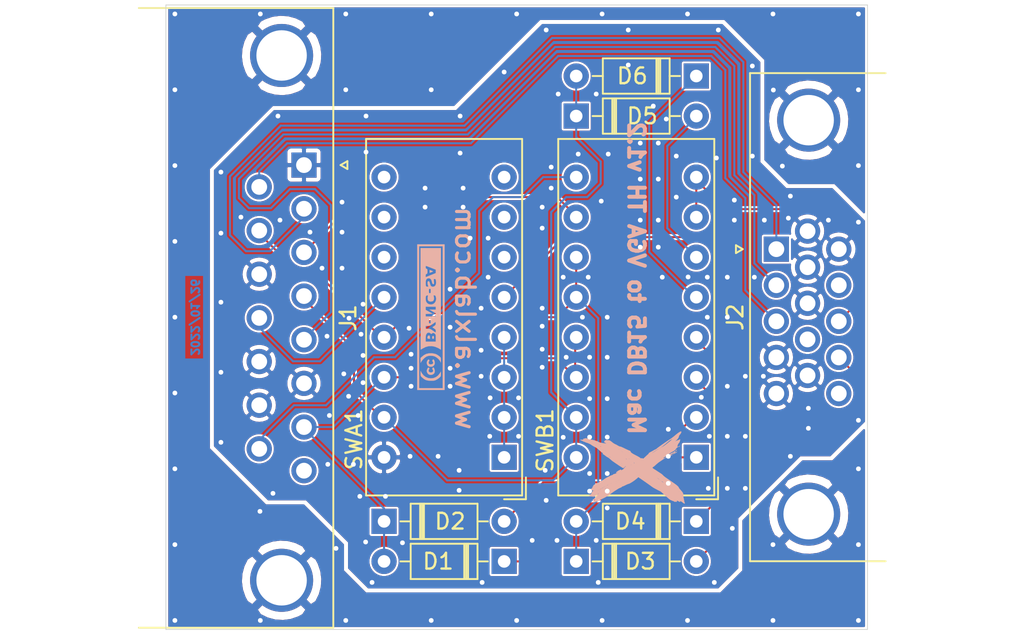
<source format=kicad_pcb>
(kicad_pcb (version 20171130) (host pcbnew "(5.1.6)-1")
  (layers (0 F.Cu signal) (31 B.Cu signal) (34 B.Paste user) (35 F.Paste user) (36 B.SilkS user) (37 F.SilkS user) (38 B.Mask user) (39 F.Mask user) (44 Edge.Cuts user))
  (net 0 "")
  (net 1 /S1-1)
  (net 2 /D1)
  (net 3 /D2)
  (net 4 /D3)
  (net 5 /S2-1)
  (net 6 /D4)
  (net 7 /S0-1)
  (net 8 /D5)
  (net 9 /D6)
  (net 10 /HS)
  (net 11 /VS)
  (net 12 /B)
  (net 13 "Net-(J1-Pad8)")
  (net 14 /G)
  (net 15 /CS)
  (net 16 /R)
  (net 17 "Net-(J2-Pad15)")
  (net 18 /VS-2)
  (net 19 "Net-(J2-Pad12)")
  (net 20 "Net-(J2-Pad9)")
  (net 21 "Net-(SWA1-Pad1)")
  (net 22 "Net-(SWA1-Pad9)")
  (net 23 "Net-(SWA1-Pad10)")
  (net 24 "Net-(SWA1-Pad11)")
  (net 25 "Net-(SWA1-Pad6)")
  (net 26 "Net-(SWA1-Pad7)")
  (net 27 "Net-(SWA1-Pad8)")
  (net 28 /HS-CS)
  (net 29 /GND)
  (net 30 /GND.S)
  (module project:cc_by_nc_sa_small_9mm_front_silk_screen (layer B.Cu) (at 117.2845 104.902 90)
    (fp_text reference G*** hide)
    (fp_text value LOGO hide)
  )
  (module project:SW_DIP_SPSTx08_Slide_9.78x22.5mm_W7.62mm_P2.54mm (layer F.Cu) (at 134.112 113.792 180)
    (fp_text reference SWB1 (at 9.5885 1.0795 90) (layer F.SilkS))
    (fp_text value SW_DIP_x08)
    (pad 16 thru_hole oval (at 7.62 0 180) (size 1.6 1.6) (drill 0.8) (layers *.Cu *.Mask) (net 7 /S0-1))
    (pad 8 thru_hole oval (at 0 17.78 180) (size 1.6 1.6) (drill 0.8) (layers *.Cu *.Mask) (net 28 /HS-CS))
    (pad 15 thru_hole oval (at 7.62 2.54 180) (size 1.6 1.6) (drill 0.8) (layers *.Cu *.Mask) (net 7 /S0-1))
    (pad 7 thru_hole oval (at 0 15.24 180) (size 1.6 1.6) (drill 0.8) (layers *.Cu *.Mask) (net 28 /HS-CS))
    (pad 14 thru_hole oval (at 7.62 5.08 180) (size 1.6 1.6) (drill 0.8) (layers *.Cu *.Mask) (net 1 /S1-1))
    (pad 6 thru_hole oval (at 0 12.7 180) (size 1.6 1.6) (drill 0.8) (layers *.Cu *.Mask) (net 8 /D5))
    (pad 13 thru_hole oval (at 7.62 7.62 180) (size 1.6 1.6) (drill 0.8) (layers *.Cu *.Mask) (net 1 /S1-1))
    (pad 5 thru_hole oval (at 0 10.16 180) (size 1.6 1.6) (drill 0.8) (layers *.Cu *.Mask) (net 9 /D6))
    (pad 12 thru_hole oval (at 7.62 10.16 180) (size 1.6 1.6) (drill 0.8) (layers *.Cu *.Mask) (net 5 /S2-1))
    (pad 4 thru_hole oval (at 0 7.62 180) (size 1.6 1.6) (drill 0.8) (layers *.Cu *.Mask) (net 4 /D3))
    (pad 11 thru_hole oval (at 7.62 12.7 180) (size 1.6 1.6) (drill 0.8) (layers *.Cu *.Mask) (net 5 /S2-1))
    (pad 3 thru_hole oval (at 0 5.08 180) (size 1.6 1.6) (drill 0.8) (layers *.Cu *.Mask) (net 6 /D4))
    (pad 10 thru_hole oval (at 7.62 15.24 180) (size 1.6 1.6) (drill 0.8) (layers *.Cu *.Mask) (net 15 /CS))
    (pad 2 thru_hole oval (at 0 2.54 180) (size 1.6 1.6) (drill 0.8) (layers *.Cu *.Mask) (net 3 /D2))
    (pad 9 thru_hole oval (at 7.62 17.78 180) (size 1.6 1.6) (drill 0.8) (layers *.Cu *.Mask) (net 10 /HS))
    (pad 1 thru_hole rect (at 0 0 180) (size 1.6 1.6) (drill 0.8) (layers *.Cu *.Mask) (net 2 /D1))
  )
  (module project:SW_DIP_SPSTx08_Slide_9.78x22.5mm_W7.62mm_P2.54mm (layer F.Cu) (at 121.92 113.792 180)
    (fp_text reference SWA1 (at 9.525 1.143 90) (layer F.SilkS))
    (fp_text value SW_DIP_x08)
    (pad 16 thru_hole oval (at 7.62 0 180) (size 1.6 1.6) (drill 0.8) (layers *.Cu *.Mask) (net 29 /GND))
    (pad 8 thru_hole oval (at 0 17.78 180) (size 1.6 1.6) (drill 0.8) (layers *.Cu *.Mask) (net 27 "Net-(SWA1-Pad8)"))
    (pad 15 thru_hole oval (at 7.62 2.54 180) (size 1.6 1.6) (drill 0.8) (layers *.Cu *.Mask) (net 7 /S0-1))
    (pad 7 thru_hole oval (at 0 15.24 180) (size 1.6 1.6) (drill 0.8) (layers *.Cu *.Mask) (net 26 "Net-(SWA1-Pad7)"))
    (pad 14 thru_hole oval (at 7.62 5.08 180) (size 1.6 1.6) (drill 0.8) (layers *.Cu *.Mask) (net 1 /S1-1))
    (pad 6 thru_hole oval (at 0 12.7 180) (size 1.6 1.6) (drill 0.8) (layers *.Cu *.Mask) (net 25 "Net-(SWA1-Pad6)"))
    (pad 13 thru_hole oval (at 7.62 7.62 180) (size 1.6 1.6) (drill 0.8) (layers *.Cu *.Mask) (net 5 /S2-1))
    (pad 5 thru_hole oval (at 0 10.16 180) (size 1.6 1.6) (drill 0.8) (layers *.Cu *.Mask) (net 18 /VS-2))
    (pad 12 thru_hole oval (at 7.62 10.16 180) (size 1.6 1.6) (drill 0.8) (layers *.Cu *.Mask) (net 11 /VS))
    (pad 4 thru_hole oval (at 0 7.62 180) (size 1.6 1.6) (drill 0.8) (layers *.Cu *.Mask) (net 21 "Net-(SWA1-Pad1)"))
    (pad 11 thru_hole oval (at 7.62 12.7 180) (size 1.6 1.6) (drill 0.8) (layers *.Cu *.Mask) (net 24 "Net-(SWA1-Pad11)"))
    (pad 3 thru_hole oval (at 0 5.08 180) (size 1.6 1.6) (drill 0.8) (layers *.Cu *.Mask) (net 21 "Net-(SWA1-Pad1)"))
    (pad 10 thru_hole oval (at 7.62 15.24 180) (size 1.6 1.6) (drill 0.8) (layers *.Cu *.Mask) (net 23 "Net-(SWA1-Pad10)"))
    (pad 2 thru_hole oval (at 0 2.54 180) (size 1.6 1.6) (drill 0.8) (layers *.Cu *.Mask) (net 21 "Net-(SWA1-Pad1)"))
    (pad 9 thru_hole oval (at 7.62 17.78 180) (size 1.6 1.6) (drill 0.8) (layers *.Cu *.Mask) (net 22 "Net-(SWA1-Pad9)"))
    (pad 1 thru_hole rect (at 0 0 180) (size 1.6 1.6) (drill 0.8) (layers *.Cu *.Mask) (net 21 "Net-(SWA1-Pad1)"))
  )
  (module Connector_Dsub:DSUB-15_Male_Horizontal_P2.77x2.84mm_EdgePinOffset7.70mm_Housed_MountingHolesOffset9.12mm (layer F.Cu) (at 109.22 95.25 270)
    (fp_text reference J1 (at 9.695 -2.8 90) (layer F.SilkS))
    (fp_text value Mac_DB15_Male_MountingHoles)
    (pad 1 thru_hole rect (at 0 0 270) (size 1.6 1.6) (drill 1) (layers *.Cu *.Mask) (net 29 /GND))
    (pad 2 thru_hole circle (at 2.77 0 270) (size 1.6 1.6) (drill 1) (layers *.Cu *.Mask) (net 16 /R))
    (pad 3 thru_hole circle (at 5.54 0 270) (size 1.6 1.6) (drill 1) (layers *.Cu *.Mask) (net 15 /CS))
    (pad 4 thru_hole circle (at 8.31 0 270) (size 1.6 1.6) (drill 1) (layers *.Cu *.Mask) (net 7 /S0-1))
    (pad 5 thru_hole circle (at 11.08 0 270) (size 1.6 1.6) (drill 1) (layers *.Cu *.Mask) (net 14 /G))
    (pad 6 thru_hole circle (at 13.85 0 270) (size 1.6 1.6) (drill 1) (layers *.Cu *.Mask) (net 29 /GND))
    (pad 7 thru_hole circle (at 16.62 0 270) (size 1.6 1.6) (drill 1) (layers *.Cu *.Mask) (net 1 /S1-1))
    (pad 8 thru_hole circle (at 19.39 0 270) (size 1.6 1.6) (drill 1) (layers *.Cu *.Mask) (net 13 "Net-(J1-Pad8)"))
    (pad 9 thru_hole circle (at 1.385 2.84 270) (size 1.6 1.6) (drill 1) (layers *.Cu *.Mask) (net 12 /B))
    (pad 10 thru_hole circle (at 4.155 2.84 270) (size 1.6 1.6) (drill 1) (layers *.Cu *.Mask) (net 5 /S2-1))
    (pad 11 thru_hole circle (at 6.925 2.84 270) (size 1.6 1.6) (drill 1) (layers *.Cu *.Mask) (net 29 /GND))
    (pad 12 thru_hole circle (at 9.695 2.84 270) (size 1.6 1.6) (drill 1) (layers *.Cu *.Mask) (net 11 /VS))
    (pad 13 thru_hole circle (at 12.465 2.84 270) (size 1.6 1.6) (drill 1) (layers *.Cu *.Mask) (net 29 /GND))
    (pad 14 thru_hole circle (at 15.235 2.84 270) (size 1.6 1.6) (drill 1) (layers *.Cu *.Mask) (net 29 /GND))
    (pad 15 thru_hole circle (at 18.005 2.84 270) (size 1.6 1.6) (drill 1) (layers *.Cu *.Mask) (net 10 /HS))
    (pad 0 thru_hole circle (at -6.955 1.42 270) (size 4 4) (drill 3.2) (layers *.Cu *.Mask) (net 30 /GND.S))
    (pad 0 thru_hole circle (at 26.345 1.42 270) (size 4 4) (drill 3.2) (layers *.Cu *.Mask) (net 30 /GND.S))
  )
  (module project:logo_7_back (layer F.Cu) (at 131.1275 114.427 270)
    (fp_text reference G*** hide)
    (fp_text value LOGO hide)
  )
  (module Connector_Dsub:DSUB-15-HD_Female_Horizontal_P2.29x1.98mm_EdgePinOffset3.03mm_Housed_MountingHolesOffset4.94mm (layer F.Cu) (at 139.192 100.584 90)
    (fp_text reference J2 (at -4.315 -2.61 90) (layer F.SilkS))
    (fp_text value VGA_DB15_Female_HighDensity_MountingHoles)
    (pad 0 thru_hole circle (at 8.185 2.05 90) (size 4 4) (drill 3.2) (layers *.Cu *.Mask) (net 30 /GND.S))
    (pad 0 thru_hole circle (at -16.815 2.05 90) (size 4 4) (drill 3.2) (layers *.Cu *.Mask) (net 30 /GND.S))
    (pad 15 thru_hole circle (at -9.16 3.96 90) (size 1.6 1.6) (drill 1) (layers *.Cu *.Mask) (net 17 "Net-(J2-Pad15)"))
    (pad 14 thru_hole circle (at -6.87 3.96 90) (size 1.6 1.6) (drill 1) (layers *.Cu *.Mask) (net 18 /VS-2))
    (pad 13 thru_hole circle (at -4.58 3.96 90) (size 1.6 1.6) (drill 1) (layers *.Cu *.Mask) (net 28 /HS-CS))
    (pad 12 thru_hole circle (at -2.29 3.96 90) (size 1.6 1.6) (drill 1) (layers *.Cu *.Mask) (net 19 "Net-(J2-Pad12)"))
    (pad 11 thru_hole circle (at 0 3.96 90) (size 1.6 1.6) (drill 1) (layers *.Cu *.Mask) (net 29 /GND))
    (pad 10 thru_hole circle (at -8.015 1.98 90) (size 1.6 1.6) (drill 1) (layers *.Cu *.Mask) (net 29 /GND))
    (pad 9 thru_hole circle (at -5.725 1.98 90) (size 1.6 1.6) (drill 1) (layers *.Cu *.Mask) (net 20 "Net-(J2-Pad9)"))
    (pad 8 thru_hole circle (at -3.435 1.98 90) (size 1.6 1.6) (drill 1) (layers *.Cu *.Mask) (net 29 /GND))
    (pad 7 thru_hole circle (at -1.145 1.98 90) (size 1.6 1.6) (drill 1) (layers *.Cu *.Mask) (net 29 /GND))
    (pad 6 thru_hole circle (at 1.145 1.98 90) (size 1.6 1.6) (drill 1) (layers *.Cu *.Mask) (net 29 /GND))
    (pad 5 thru_hole circle (at -9.16 0 90) (size 1.6 1.6) (drill 1) (layers *.Cu *.Mask) (net 29 /GND))
    (pad 4 thru_hole circle (at -6.87 0 90) (size 1.6 1.6) (drill 1) (layers *.Cu *.Mask) (net 29 /GND))
    (pad 3 thru_hole circle (at -4.58 0 90) (size 1.6 1.6) (drill 1) (layers *.Cu *.Mask) (net 12 /B))
    (pad 2 thru_hole circle (at -2.29 0 90) (size 1.6 1.6) (drill 1) (layers *.Cu *.Mask) (net 14 /G))
    (pad 1 thru_hole rect (at 0 0 90) (size 1.6 1.6) (drill 1) (layers *.Cu *.Mask) (net 16 /R))
  )
  (module Diode_THT:D_DO-35_SOD27_P7.62mm_Horizontal (layer F.Cu) (at 121.92 120.396 180)
    (fp_text reference D1 (at 4.191 0) (layer F.SilkS))
    (fp_text value 1N4148)
    (pad 1 thru_hole rect (at 0 0 180) (size 1.6 1.6) (drill 0.8) (layers *.Cu *.Mask) (net 2 /D1))
    (pad 2 thru_hole oval (at 7.62 0 180) (size 1.6 1.6) (drill 0.8) (layers *.Cu *.Mask) (net 1 /S1-1))
  )
  (module Diode_THT:D_DO-35_SOD27_P7.62mm_Horizontal (layer F.Cu) (at 114.3 117.856)
    (fp_text reference D2 (at 4.191 0) (layer F.SilkS))
    (fp_text value 1N4148)
    (pad 1 thru_hole rect (at 0 0) (size 1.6 1.6) (drill 0.8) (layers *.Cu *.Mask) (net 1 /S1-1))
    (pad 2 thru_hole oval (at 7.62 0) (size 1.6 1.6) (drill 0.8) (layers *.Cu *.Mask) (net 3 /D2))
  )
  (module Diode_THT:D_DO-35_SOD27_P7.62mm_Horizontal (layer F.Cu) (at 126.492 120.396)
    (fp_text reference D3 (at 4.064 0) (layer F.SilkS))
    (fp_text value 1N4148)
    (pad 1 thru_hole rect (at 0 0) (size 1.6 1.6) (drill 0.8) (layers *.Cu *.Mask) (net 5 /S2-1))
    (pad 2 thru_hole oval (at 7.62 0) (size 1.6 1.6) (drill 0.8) (layers *.Cu *.Mask) (net 4 /D3))
  )
  (module Diode_THT:D_DO-35_SOD27_P7.62mm_Horizontal (layer F.Cu) (at 134.112 117.856 180)
    (fp_text reference D4 (at 4.191 0) (layer F.SilkS))
    (fp_text value 1N4148)
    (pad 2 thru_hole oval (at 7.62 0 180) (size 1.6 1.6) (drill 0.8) (layers *.Cu *.Mask) (net 5 /S2-1))
    (pad 1 thru_hole rect (at 0 0 180) (size 1.6 1.6) (drill 0.8) (layers *.Cu *.Mask) (net 6 /D4))
  )
  (module Diode_THT:D_DO-35_SOD27_P7.62mm_Horizontal (layer F.Cu) (at 126.492 92.1385)
    (fp_text reference D5 (at 4.191 0) (layer F.SilkS))
    (fp_text value 1N4148)
    (pad 1 thru_hole rect (at 0 0) (size 1.6 1.6) (drill 0.8) (layers *.Cu *.Mask) (net 7 /S0-1))
    (pad 2 thru_hole oval (at 7.62 0) (size 1.6 1.6) (drill 0.8) (layers *.Cu *.Mask) (net 8 /D5))
  )
  (module Diode_THT:D_DO-35_SOD27_P7.62mm_Horizontal (layer F.Cu) (at 134.112 89.5985 180)
    (fp_text reference D6 (at 4.064 0) (layer F.SilkS))
    (fp_text value 1N4148)
    (pad 2 thru_hole oval (at 7.62 0 180) (size 1.6 1.6) (drill 0.8) (layers *.Cu *.Mask) (net 7 /S0-1))
    (pad 1 thru_hole rect (at 0 0 180) (size 1.6 1.6) (drill 0.8) (layers *.Cu *.Mask) (net 9 /D6))
  )
  (gr_text www.alxlab.com (at 119.4435 104.9655 -90) (layer B.SilkS) (effects (font (size 1.2 1.2) (thickness 0.2)) (justify mirror)))
  (gr_text 2022/01/26 (at 102.2985 104.902 -90) (layer B.Cu) (effects (font (size 0.5 0.5) (thickness 0.125)) (justify mirror)))
  (gr_text "Mac DB15 to VGA TH v1.2" (at 130.302 102.4255 -90) (layer B.SilkS) (effects (font (size 1 1) (thickness 0.25)) (justify mirror)))
  (gr_line (start 100.457 124.714) (end 100.457 85.09) (layer Edge.Cuts) (width 0.05))
  (gr_line (start 144.9705 124.714) (end 100.457 124.714) (layer Edge.Cuts) (width 0.05))
  (gr_line (start 144.9705 85.09) (end 144.9705 124.714) (layer Edge.Cuts) (width 0.05))
  (gr_line (start 100.457 85.09) (end 144.9705 85.09) (layer Edge.Cuts) (width 0.05))
  (segment (start 111.0785 111.87) (end 114.2365 108.712) (width 0.127) (layer B.Cu) (net 1))
  (segment (start 109.1565 111.87) (end 111.0785 111.87) (width 0.127) (layer B.Cu) (net 1))
  (segment (start 114.3 120.396) (end 114.3 117.856) (width 0.127) (layer B.Cu) (net 1))
  (segment (start 126.4285 108.585) (end 126.4285 106.045) (width 0.127) (layer F.Cu) (net 1))
  (segment (start 119.5705 108.712) (end 114.3 108.712) (width 0.127) (layer F.Cu) (net 1))
  (segment (start 120.777 107.5055) (end 119.5705 108.712) (width 0.127) (layer F.Cu) (net 1))
  (segment (start 126.492 108.7755) (end 125.222 107.5055) (width 0.127) (layer F.Cu) (net 1))
  (segment (start 125.222 107.5055) (end 120.777 107.5055) (width 0.127) (layer F.Cu) (net 1))
  (segment (start 114.3 117.034) (end 114.3 117.856) (width 0.127) (layer B.Cu) (net 1))
  (segment (start 109.1565 111.8905) (end 114.3 117.034) (width 0.127) (layer B.Cu) (net 1))
  (segment (start 123.19 120.396) (end 121.92 120.396) (width 0.127) (layer F.Cu) (net 2))
  (segment (start 124.7775 118.8085) (end 123.19 120.396) (width 0.127) (layer F.Cu) (net 2))
  (segment (start 124.7775 117.4115) (end 124.7775 118.8085) (width 0.127) (layer F.Cu) (net 2))
  (segment (start 125.73 116.459) (end 124.7775 117.4115) (width 0.127) (layer F.Cu) (net 2))
  (segment (start 130.4925 116.459) (end 125.73 116.459) (width 0.127) (layer F.Cu) (net 2))
  (segment (start 133.096 113.8555) (end 130.4925 116.459) (width 0.127) (layer F.Cu) (net 2))
  (segment (start 130.4925 116.459) (end 129.8575 116.459) (width 0.127) (layer F.Cu) (net 2))
  (segment (start 133.1595 113.792) (end 133.096 113.8555) (width 0.127) (layer F.Cu) (net 2))
  (segment (start 134.112 113.792) (end 133.1595 113.792) (width 0.127) (layer F.Cu) (net 2))
  (segment (start 122.428 117.856) (end 121.92 117.856) (width 0.127) (layer F.Cu) (net 3))
  (segment (start 124.3965 115.3795) (end 121.92 117.856) (width 0.127) (layer F.Cu) (net 3))
  (segment (start 134.0485 111.125) (end 129.794 115.3795) (width 0.127) (layer F.Cu) (net 3))
  (segment (start 129.794 115.3795) (end 124.3965 115.3795) (width 0.127) (layer F.Cu) (net 3))
  (segment (start 134.112 106.3625) (end 134.112 106.172) (width 0.127) (layer F.Cu) (net 4))
  (segment (start 136.652 116.6495) (end 136.652 108.9025) (width 0.127) (layer F.Cu) (net 4))
  (segment (start 136.652 108.9025) (end 134.112 106.3625) (width 0.127) (layer F.Cu) (net 4))
  (segment (start 135.6995 117.602) (end 136.652 116.6495) (width 0.127) (layer F.Cu) (net 4))
  (segment (start 134.112 120.396) (end 135.6995 118.8085) (width 0.127) (layer F.Cu) (net 4))
  (segment (start 135.6995 118.8085) (end 135.6995 117.602) (width 0.127) (layer F.Cu) (net 4))
  (segment (start 126.872978 103.759022) (end 126.872978 103.759) (width 0.25) (layer B.Cu) (net 5))
  (segment (start 126.365 103.759) (end 126.492 103.632) (width 0.25) (layer F.Cu) (net 5))
  (segment (start 107.823 101.6635) (end 108.5215 102.362) (width 0.127) (layer F.Cu) (net 5))
  (segment (start 110.2995 102.362) (end 114.3 106.3625) (width 0.127) (layer F.Cu) (net 5))
  (segment (start 108.5215 102.362) (end 110.2995 102.362) (width 0.127) (layer F.Cu) (net 5))
  (segment (start 106.38 99.5955) (end 107.823 101.0385) (width 0.127) (layer F.Cu) (net 5))
  (segment (start 107.823 101.0385) (end 107.823 101.6635) (width 0.127) (layer F.Cu) (net 5))
  (segment (start 126.492 117.856) (end 126.492 120.396) (width 0.127) (layer B.Cu) (net 5))
  (segment (start 126.492 117.856) (end 127.889 116.459) (width 0.127) (layer B.Cu) (net 5))
  (segment (start 127.889 104.9655) (end 126.4285 103.505) (width 0.127) (layer B.Cu) (net 5))
  (segment (start 127.889 116.459) (end 127.889 104.9655) (width 0.127) (layer B.Cu) (net 5))
  (segment (start 126.492 103.6955) (end 126.492 101.1555) (width 0.127) (layer F.Cu) (net 5))
  (segment (start 125.2855 104.902) (end 126.492 103.6955) (width 0.127) (layer F.Cu) (net 5))
  (segment (start 114.3 106.2355) (end 115.6335 104.902) (width 0.127) (layer F.Cu) (net 5))
  (segment (start 115.6335 104.902) (end 125.2855 104.902) (width 0.127) (layer F.Cu) (net 5))
  (segment (start 110.2995 102.362) (end 110.2995 102.362) (width 0.127) (layer F.Cu) (net 5))
  (segment (start 135.509 110.2995) (end 134.112 108.9025) (width 0.127) (layer F.Cu) (net 6))
  (segment (start 134.112 117.856) (end 135.509 116.459) (width 0.127) (layer F.Cu) (net 6))
  (segment (start 135.509 116.459) (end 135.509 110.2995) (width 0.127) (layer F.Cu) (net 6))
  (segment (start 126.111 111.76) (end 126.111 111.506) (width 0.25) (layer F.Cu) (net 7))
  (segment (start 126.491996 113.792) (end 126.492 113.792) (width 0.25) (layer F.Cu) (net 7))
  (segment (start 112.395 109.5375) (end 114.3 111.4425) (width 0.127) (layer F.Cu) (net 7))
  (segment (start 112.395 106.934) (end 112.395 109.5375) (width 0.127) (layer F.Cu) (net 7))
  (segment (start 109.22 103.7075) (end 109.22 103.759) (width 0.127) (layer F.Cu) (net 7))
  (segment (start 109.22 103.759) (end 112.395 106.934) (width 0.127) (layer F.Cu) (net 7))
  (segment (start 126.492 111.252) (end 126.492 113.792) (width 0.127) (layer B.Cu) (net 7))
  (segment (start 118.3005 115.2525) (end 114.3 111.252) (width 0.127) (layer B.Cu) (net 7))
  (segment (start 125.0315 115.2525) (end 118.3005 115.2525) (width 0.127) (layer B.Cu) (net 7))
  (segment (start 126.492 113.792) (end 125.0315 115.2525) (width 0.127) (layer B.Cu) (net 7))
  (segment (start 128.04775 95.02775) (end 128.04775 96.393) (width 0.127) (layer B.Cu) (net 7))
  (segment (start 126.492 89.8525) (end 126.492 93.472) (width 0.127) (layer B.Cu) (net 7))
  (segment (start 126.492 93.472) (end 128.04775 95.02775) (width 0.127) (layer B.Cu) (net 7))
  (segment (start 124.9045 98.2345) (end 124.9045 109.6645) (width 0.127) (layer B.Cu) (net 7))
  (segment (start 125.857 97.282) (end 124.9045 98.2345) (width 0.127) (layer B.Cu) (net 7))
  (segment (start 124.9045 109.6645) (end 126.492 111.252) (width 0.127) (layer B.Cu) (net 7))
  (segment (start 128.04775 96.42475) (end 127.1905 97.282) (width 0.127) (layer B.Cu) (net 7))
  (segment (start 127.1905 97.282) (end 125.857 97.282) (width 0.127) (layer B.Cu) (net 7))
  (segment (start 133.985 100.965) (end 134.112 101.092) (width 0.25) (layer F.Cu) (net 8))
  (segment (start 134.112 101.092) (end 133.7945 100.7745) (width 0.127) (layer F.Cu) (net 8))
  (segment (start 132.2705 99.2505) (end 134.112 101.092) (width 0.127) (layer B.Cu) (net 8))
  (segment (start 134.0485 92.2655) (end 132.2705 94.0435) (width 0.127) (layer B.Cu) (net 8))
  (segment (start 132.2705 94.0435) (end 132.2705 99.2505) (width 0.127) (layer B.Cu) (net 8))
  (segment (start 134.112 90.043) (end 134.112 89.8525) (width 0.127) (layer B.Cu) (net 9))
  (segment (start 133.985 103.632) (end 134.112 103.632) (width 0.127) (layer B.Cu) (net 9))
  (segment (start 131.1275 100.7745) (end 133.985 103.632) (width 0.127) (layer B.Cu) (net 9))
  (segment (start 134.112 89.5985) (end 131.1275 92.583) (width 0.127) (layer B.Cu) (net 9))
  (segment (start 131.1275 92.583) (end 131.1275 100.7745) (width 0.127) (layer B.Cu) (net 9))
  (segment (start 123.1265 97.282) (end 124.3965 96.012) (width 0.127) (layer B.Cu) (net 10))
  (segment (start 121.2215 97.282) (end 123.1265 97.282) (width 0.127) (layer B.Cu) (net 10))
  (segment (start 120.3325 98.171) (end 121.2215 97.282) (width 0.127) (layer B.Cu) (net 10))
  (segment (start 124.3965 96.012) (end 126.492 96.012) (width 0.127) (layer B.Cu) (net 10))
  (segment (start 120.3325 102.108) (end 120.3325 98.171) (width 0.127) (layer B.Cu) (net 10))
  (segment (start 114.9985 107.442) (end 120.3325 102.108) (width 0.127) (layer B.Cu) (net 10))
  (segment (start 108.585 110.49) (end 110.617 110.49) (width 0.127) (layer B.Cu) (net 10))
  (segment (start 110.617 110.49) (end 113.665 107.442) (width 0.127) (layer B.Cu) (net 10))
  (segment (start 106.38 112.695) (end 108.585 110.49) (width 0.127) (layer B.Cu) (net 10))
  (segment (start 106.38 113.255) (end 106.38 112.695) (width 0.127) (layer B.Cu) (net 10))
  (segment (start 113.665 107.442) (end 114.9985 107.442) (width 0.127) (layer B.Cu) (net 10))
  (segment (start 106.38 105.5545) (end 108.5215 107.696) (width 0.127) (layer B.Cu) (net 11))
  (segment (start 106.38 105.0925) (end 106.38 105.5545) (width 0.127) (layer B.Cu) (net 11))
  (segment (start 110.236 107.696) (end 114.2365 103.6955) (width 0.127) (layer B.Cu) (net 11))
  (segment (start 108.5215 107.696) (end 110.236 107.696) (width 0.127) (layer B.Cu) (net 11))
  (segment (start 137.2235 103.1955) (end 139.192 105.164) (width 0.127) (layer B.Cu) (net 12))
  (segment (start 137.2235 97.3455) (end 137.2235 103.1955) (width 0.127) (layer B.Cu) (net 12))
  (segment (start 135.9535 89.2175) (end 135.9535 96.0755) (width 0.127) (layer B.Cu) (net 12))
  (segment (start 135.0645 88.3285) (end 135.9535 89.2175) (width 0.127) (layer B.Cu) (net 12))
  (segment (start 106.38 95.6389) (end 108.1532 93.8657) (width 0.127) (layer B.Cu) (net 12))
  (segment (start 106.38 96.7825) (end 106.38 95.6389) (width 0.127) (layer B.Cu) (net 12))
  (segment (start 135.9535 96.0755) (end 137.2235 97.3455) (width 0.127) (layer B.Cu) (net 12))
  (segment (start 125.349 88.3285) (end 135.0645 88.3285) (width 0.127) (layer B.Cu) (net 12))
  (segment (start 108.1532 93.8657) (end 119.8118 93.8657) (width 0.127) (layer B.Cu) (net 12))
  (segment (start 119.8118 93.8657) (end 125.349 88.3285) (width 0.127) (layer B.Cu) (net 12))
  (segment (start 137.795 101.477) (end 139.192 102.874) (width 0.127) (layer B.Cu) (net 14))
  (segment (start 136.525 88.9635) (end 136.525 95.885) (width 0.127) (layer B.Cu) (net 14))
  (segment (start 125.1585 87.757) (end 135.3185 87.757) (width 0.127) (layer B.Cu) (net 14))
  (segment (start 108.331 96.774) (end 107.1245 97.9805) (width 0.127) (layer B.Cu) (net 14))
  (segment (start 105.0925 96.1263) (end 107.9119 93.3069) (width 0.127) (layer B.Cu) (net 14))
  (segment (start 109.9185 96.774) (end 108.331 96.774) (width 0.127) (layer B.Cu) (net 14))
  (segment (start 110.9345 97.79) (end 109.9185 96.774) (width 0.127) (layer B.Cu) (net 14))
  (segment (start 105.0925 97.3455) (end 105.0925 96.1263) (width 0.127) (layer B.Cu) (net 14))
  (segment (start 135.3185 87.757) (end 136.525 88.9635) (width 0.127) (layer B.Cu) (net 14))
  (segment (start 109.1565 106.3505) (end 110.9345 104.5725) (width 0.127) (layer B.Cu) (net 14))
  (segment (start 110.9345 104.5725) (end 110.9345 97.79) (width 0.127) (layer B.Cu) (net 14))
  (segment (start 137.795 97.155) (end 137.795 101.477) (width 0.127) (layer B.Cu) (net 14))
  (segment (start 107.1245 97.9805) (end 105.7275 97.9805) (width 0.127) (layer B.Cu) (net 14))
  (segment (start 119.6086 93.3069) (end 125.1585 87.757) (width 0.127) (layer B.Cu) (net 14))
  (segment (start 136.525 95.885) (end 137.795 97.155) (width 0.127) (layer B.Cu) (net 14))
  (segment (start 105.7275 97.9805) (end 105.0925 97.3455) (width 0.127) (layer B.Cu) (net 14))
  (segment (start 107.9119 93.3069) (end 119.6086 93.3069) (width 0.127) (layer B.Cu) (net 14))
  (segment (start 109.22 100.79) (end 109.535001 100.474999) (width 0.25) (layer F.Cu) (net 15))
  (segment (start 126.4285 98.425) (end 125.2855 97.282) (width 0.127) (layer F.Cu) (net 15))
  (segment (start 125.2855 97.282) (end 112.728 97.282) (width 0.127) (layer F.Cu) (net 15))
  (segment (start 112.728 97.282) (end 109.22 100.79) (width 0.127) (layer F.Cu) (net 15))
  (segment (start 109.22 98.02) (end 109.22 98.2345) (width 0.127) (layer B.Cu) (net 16))
  (segment (start 139.192 97.79) (end 139.192 100.584) (width 0.127) (layer B.Cu) (net 16))
  (segment (start 137.0965 95.6945) (end 139.192 97.79) (width 0.127) (layer B.Cu) (net 16))
  (segment (start 104.521 99.695) (end 104.521 95.9739) (width 0.127) (layer B.Cu) (net 16))
  (segment (start 105.537 100.711) (end 104.521 99.695) (width 0.127) (layer B.Cu) (net 16))
  (segment (start 107.061 100.711) (end 105.537 100.711) (width 0.127) (layer B.Cu) (net 16))
  (segment (start 109.22 98.552) (end 107.061 100.711) (width 0.127) (layer B.Cu) (net 16))
  (segment (start 104.521 95.9739) (end 107.7468 92.7481) (width 0.127) (layer B.Cu) (net 16))
  (segment (start 137.0965 88.7095) (end 137.0965 95.6945) (width 0.127) (layer B.Cu) (net 16))
  (segment (start 107.7468 92.7481) (end 119.4054 92.7481) (width 0.127) (layer B.Cu) (net 16))
  (segment (start 119.4054 92.7481) (end 124.968 87.1855) (width 0.127) (layer B.Cu) (net 16))
  (segment (start 124.968 87.1855) (end 135.5725 87.1855) (width 0.127) (layer B.Cu) (net 16))
  (segment (start 109.22 98.1675) (end 109.22 98.552) (width 0.127) (layer B.Cu) (net 16))
  (segment (start 135.5725 87.1855) (end 137.0965 88.7095) (width 0.127) (layer B.Cu) (net 16))
  (segment (start 144.399 108.701) (end 143.152 107.454) (width 0.127) (layer F.Cu) (net 18))
  (segment (start 144.399 110.5535) (end 144.399 108.701) (width 0.127) (layer F.Cu) (net 18))
  (segment (start 143.637 111.3155) (end 144.399 110.5535) (width 0.127) (layer F.Cu) (net 18))
  (segment (start 138.4935 111.3155) (end 143.637 111.3155) (width 0.127) (layer F.Cu) (net 18))
  (segment (start 137.795 110.617) (end 138.4935 111.3155) (width 0.127) (layer F.Cu) (net 18))
  (segment (start 137.795 107.7595) (end 137.795 110.617) (width 0.127) (layer F.Cu) (net 18))
  (segment (start 135.509 105.4735) (end 137.795 107.7595) (width 0.127) (layer F.Cu) (net 18))
  (segment (start 135.509 100.5205) (end 135.509 105.4735) (width 0.127) (layer F.Cu) (net 18))
  (segment (start 134.8105 99.822) (end 135.509 100.5205) (width 0.127) (layer F.Cu) (net 18))
  (segment (start 121.92 103.632) (end 125.73 99.822) (width 0.127) (layer F.Cu) (net 18))
  (segment (start 125.73 99.822) (end 134.8105 99.822) (width 0.127) (layer F.Cu) (net 18))
  (segment (start 121.92 113.792) (end 121.92 106.172) (width 0.127) (layer B.Cu) (net 21))
  (segment (start 135.9535 98.044) (end 134.112 96.2025) (width 0.127) (layer F.Cu) (net 28))
  (segment (start 142.748 98.044) (end 135.9535 98.044) (width 0.127) (layer F.Cu) (net 28))
  (segment (start 144.4625 99.7585) (end 142.748 98.044) (width 0.127) (layer F.Cu) (net 28))
  (segment (start 143.152 105.164) (end 144.4625 103.8535) (width 0.127) (layer F.Cu) (net 28))
  (segment (start 144.4625 103.8535) (end 144.4625 99.7585) (width 0.127) (layer F.Cu) (net 28))
  (segment (start 134.112 96.2025) (end 134.112 98.7425) (width 0.127) (layer F.Cu) (net 28))
  (segment (start 109.22 109.1) (end 109.22 109.347) (width 0.5) (layer F.Cu) (net 29))
  (segment (start 135.255 94.8) (end 135.3875 94.8) (width 0.25) (layer F.Cu) (net 29))
  (via (at 127.3429 107.442) (size 0.6) (drill 0.3) (layers F.Cu B.Cu) (net 29))
  (via (at 128.4605 107.442) (size 0.6) (drill 0.3) (layers F.Cu B.Cu) (net 29))
  (via (at 125.857 107.442) (size 0.6) (drill 0.3) (layers F.Cu B.Cu) (net 29))
  (via (at 124.333 108.077) (size 0.6) (drill 0.3) (layers F.Cu B.Cu) (net 29))
  (via (at 124.333 106.934) (size 0.6) (drill 0.3) (layers F.Cu B.Cu) (net 29))
  (via (at 124.333 105.4735) (size 0.6) (drill 0.3) (layers F.Cu B.Cu) (net 29))
  (via (at 124.333 104.3305) (size 0.6) (drill 0.3) (layers F.Cu B.Cu) (net 29))
  (via (at 126.8857 104.902) (size 0.6) (drill 0.3) (layers F.Cu B.Cu) (net 29))
  (via (at 128.4605 104.902) (size 0.6) (drill 0.3) (layers F.Cu B.Cu) (net 29))
  (via (at 130.556 98.7425) (size 0.6) (drill 0.3) (layers F.Cu B.Cu) (net 29))
  (via (at 131.699 100.457) (size 0.6) (drill 0.3) (layers F.Cu B.Cu) (net 29))
  (via (at 131.699 98.7425) (size 0.6) (drill 0.3) (layers F.Cu B.Cu) (net 29))
  (via (at 133.5913 102.3493) (size 0.6) (drill 0.3) (layers F.Cu B.Cu) (net 29))
  (via (at 131.953 102.362) (size 0.6) (drill 0.3) (layers F.Cu B.Cu) (net 29))
  (via (at 127.3429 110.0709) (size 0.6) (drill 0.3) (layers F.Cu B.Cu) (net 29))
  (via (at 128.4605 110.0709) (size 0.6) (drill 0.3) (layers F.Cu B.Cu) (net 29))
  (via (at 127.3429 112.5093) (size 0.6) (drill 0.3) (layers F.Cu B.Cu) (net 29))
  (via (at 128.4605 112.5093) (size 0.6) (drill 0.3) (layers F.Cu B.Cu) (net 29))
  (via (at 127.3429 114.8207) (size 0.6) (drill 0.3) (layers F.Cu B.Cu) (net 29))
  (via (at 128.4605 114.8207) (size 0.6) (drill 0.3) (layers F.Cu B.Cu) (net 29))
  (via (at 125.2728 119.0625) (size 0.6) (drill 0.3) (layers F.Cu B.Cu) (net 29))
  (via (at 127.762 119.0625) (size 0.6) (drill 0.3) (layers F.Cu B.Cu) (net 29))
  (via (at 128.4605 115.9383) (size 0.6) (drill 0.3) (layers F.Cu B.Cu) (net 29))
  (via (at 127.3429 115.9383) (size 0.6) (drill 0.3) (layers F.Cu B.Cu) (net 29))
  (via (at 128.4605 117.0051) (size 0.6) (drill 0.3) (layers F.Cu B.Cu) (net 29))
  (via (at 113.1316 119.1641) (size 0.6) (drill 0.3) (layers F.Cu B.Cu) (net 29))
  (via (at 115.4684 119.2149) (size 0.6) (drill 0.3) (layers F.Cu B.Cu) (net 29))
  (via (at 112.7633 116.2685) (size 0.6) (drill 0.3) (layers F.Cu B.Cu) (net 29))
  (via (at 114.3889 116.2685) (size 0.6) (drill 0.3) (layers F.Cu B.Cu) (net 29))
  (via (at 112.3569 114.2365) (size 0.6) (drill 0.3) (layers F.Cu B.Cu) (net 29))
  (via (at 110.7313 114.2365) (size 0.6) (drill 0.3) (layers F.Cu B.Cu) (net 29))
  (via (at 110.8329 111.1377) (size 0.6) (drill 0.3) (layers F.Cu B.Cu) (net 29))
  (via (at 112.6617 111.1377) (size 0.6) (drill 0.3) (layers F.Cu B.Cu) (net 29))
  (via (at 112.0521 109.9185) (size 0.6) (drill 0.3) (layers F.Cu B.Cu) (net 29))
  (via (at 112.9665 109.0549) (size 0.6) (drill 0.3) (layers F.Cu B.Cu) (net 29))
  (via (at 112.9665 107.3277) (size 0.6) (drill 0.3) (layers F.Cu B.Cu) (net 29))
  (via (at 111.7473 108.4961) (size 0.6) (drill 0.3) (layers F.Cu B.Cu) (net 29))
  (via (at 122.8344 110.0201) (size 0.6) (drill 0.3) (layers F.Cu B.Cu) (net 29))
  (via (at 121.031 110.0201) (size 0.6) (drill 0.3) (layers F.Cu B.Cu) (net 29))
  (via (at 121.0056 112.4585) (size 0.6) (drill 0.3) (layers F.Cu B.Cu) (net 29))
  (via (at 122.8344 112.4585) (size 0.6) (drill 0.3) (layers F.Cu B.Cu) (net 29))
  (via (at 107.2515 116.078) (size 0.6) (drill 0.3) (layers F.Cu B.Cu) (net 29))
  (via (at 103.9495 95.6945) (size 0.6) (drill 0.3) (layers F.Cu B.Cu) (net 29))
  (via (at 103.9495 112.8395) (size 0.6) (drill 0.3) (layers F.Cu B.Cu) (net 29))
  (via (at 103.9495 108.3945) (size 0.6) (drill 0.3) (layers F.Cu B.Cu) (net 29))
  (via (at 103.9495 99.568) (size 0.6) (drill 0.3) (layers F.Cu B.Cu) (net 29))
  (via (at 103.9495 103.9495) (size 0.6) (drill 0.3) (layers F.Cu B.Cu) (net 29))
  (via (at 107.569 92.1385) (size 0.6) (drill 0.3) (layers F.Cu B.Cu) (net 29))
  (via (at 113.157 92.1385) (size 0.6) (drill 0.3) (layers F.Cu B.Cu) (net 29))
  (via (at 121.92 89.3445) (size 0.6) (drill 0.3) (layers F.Cu B.Cu) (net 29))
  (via (at 129.794 86.6775) (size 0.6) (drill 0.3) (layers F.Cu B.Cu) (net 29))
  (via (at 135.509 86.6775) (size 0.6) (drill 0.3) (layers F.Cu B.Cu) (net 29))
  (via (at 137.668 88.9635) (size 0.6) (drill 0.3) (layers F.Cu B.Cu) (net 29))
  (via (at 137.668 94.6785) (size 0.6) (drill 0.3) (layers F.Cu B.Cu) (net 29))
  (via (at 140.081 97.2185) (size 0.6) (drill 0.3) (layers F.Cu B.Cu) (net 29))
  (via (at 144.399 98.8695) (size 0.6) (drill 0.3) (layers F.Cu B.Cu) (net 29))
  (via (at 144.399 111.4425) (size 0.6) (drill 0.3) (layers F.Cu B.Cu) (net 29))
  (via (at 140.081 113.7285) (size 0.6) (drill 0.3) (layers F.Cu B.Cu) (net 29))
  (via (at 136.398 118.3005) (size 0.6) (drill 0.3) (layers F.Cu B.Cu) (net 29))
  (via (at 113.538 121.7295) (size 0.6) (drill 0.3) (layers F.Cu B.Cu) (net 29))
  (via (at 120.523 121.7295) (size 0.6) (drill 0.3) (layers F.Cu B.Cu) (net 29))
  (via (at 127.889 121.7295) (size 0.6) (drill 0.3) (layers F.Cu B.Cu) (net 29))
  (via (at 135.255 121.7295) (size 0.6) (drill 0.3) (layers F.Cu B.Cu) (net 29))
  (via (at 134.874 115.7605) (size 0.6) (drill 0.3) (layers F.Cu B.Cu) (net 29))
  (via (at 136.0805 115.7605) (size 0.6) (drill 0.3) (layers F.Cu B.Cu) (net 29))
  (via (at 137.2235 115.7605) (size 0.6) (drill 0.3) (layers F.Cu B.Cu) (net 29))
  (via (at 136.0805 112.4585) (size 0.6) (drill 0.3) (layers F.Cu B.Cu) (net 29))
  (via (at 134.9375 112.4585) (size 0.6) (drill 0.3) (layers F.Cu B.Cu) (net 29))
  (via (at 137.2235 112.4585) (size 0.6) (drill 0.3) (layers F.Cu B.Cu) (net 29))
  (via (at 134.4295 109.982) (size 0.6) (drill 0.3) (layers F.Cu B.Cu) (net 29))
  (via (at 136.0805 109.2835) (size 0.6) (drill 0.3) (layers F.Cu B.Cu) (net 29))
  (via (at 137.2235 108.6485) (size 0.6) (drill 0.3) (layers F.Cu B.Cu) (net 29))
  (via (at 138.3665 108.6485) (size 0.6) (drill 0.3) (layers F.Cu B.Cu) (net 29))
  (via (at 141.224 110.6805) (size 0.6) (drill 0.3) (layers F.Cu B.Cu) (net 29))
  (via (at 141.224 111.9505) (size 0.6) (drill 0.3) (layers F.Cu B.Cu) (net 29))
  (via (at 142.494 98.7425) (size 0.6) (drill 0.3) (layers F.Cu B.Cu) (net 29))
  (via (at 139.954 98.6155) (size 0.6) (drill 0.3) (layers F.Cu B.Cu) (net 29))
  (via (at 134.8105 102.362) (size 0.6) (drill 0.3) (layers F.Cu B.Cu) (net 29))
  (via (at 136.0805 102.362) (size 0.6) (drill 0.3) (layers F.Cu B.Cu) (net 29))
  (via (at 134.8105 104.902) (size 0.6) (drill 0.3) (layers F.Cu B.Cu) (net 29))
  (via (at 136.0805 104.902) (size 0.6) (drill 0.3) (layers F.Cu B.Cu) (net 29))
  (via (at 125.6665 102.362) (size 0.6) (drill 0.3) (layers F.Cu B.Cu) (net 29))
  (via (at 127.254 102.362) (size 0.6) (drill 0.3) (layers F.Cu B.Cu) (net 29))
  (via (at 138.43 98.7425) (size 0.6) (drill 0.3) (layers F.Cu B.Cu) (net 29))
  (via (at 136.525 98.7425) (size 0.6) (drill 0.3) (layers F.Cu B.Cu) (net 29))
  (via (at 137.795 102.362) (size 0.6) (drill 0.3) (layers F.Cu B.Cu) (net 29))
  (via (at 127.762 90.7415) (size 0.6) (drill 0.3) (layers F.Cu B.Cu) (net 29))
  (via (at 125.349 90.7415) (size 0.6) (drill 0.3) (layers F.Cu B.Cu) (net 29))
  (via (at 126.619 94.5515) (size 0.6) (drill 0.3) (layers F.Cu B.Cu) (net 29))
  (via (at 128.524 94.5515) (size 0.6) (drill 0.3) (layers F.Cu B.Cu) (net 29))
  (via (at 124.333 99.2505) (size 0.6) (drill 0.3) (layers F.Cu B.Cu) (net 29))
  (via (at 120.904 99.8855) (size 0.6) (drill 0.3) (layers F.Cu B.Cu) (net 29))
  (via (at 119.761 99.8855) (size 0.6) (drill 0.3) (layers F.Cu B.Cu) (net 29))
  (via (at 118.491 103.124) (size 0.6) (drill 0.3) (layers F.Cu B.Cu) (net 29))
  (via (at 118.491 105.537) (size 0.6) (drill 0.3) (layers F.Cu B.Cu) (net 29))
  (via (at 115.8875 105.6005) (size 0.6) (drill 0.3) (layers F.Cu B.Cu) (net 29))
  (via (at 115.951 113.7285) (size 0.6) (drill 0.3) (layers F.Cu B.Cu) (net 29))
  (via (at 117.729 113.7285) (size 0.6) (drill 0.3) (layers F.Cu B.Cu) (net 29))
  (via (at 119.0625 114.6175) (size 0.6) (drill 0.3) (layers F.Cu B.Cu) (net 29))
  (via (at 119.0625 115.8875) (size 0.6) (drill 0.3) (layers F.Cu B.Cu) (net 29))
  (via (at 124.5235 114.6175) (size 0.6) (drill 0.3) (layers F.Cu B.Cu) (net 29))
  (via (at 124.587 116.5225) (size 0.6) (drill 0.3) (layers F.Cu B.Cu) (net 29))
  (via (at 112.0775 104.9655) (size 0.6) (drill 0.3) (layers F.Cu B.Cu) (net 29))
  (via (at 112.8395 105.9815) (size 0.6) (drill 0.3) (layers F.Cu B.Cu) (net 29))
  (via (at 112.9665 104.0765) (size 0.6) (drill 0.3) (layers F.Cu B.Cu) (net 29))
  (via (at 110.363 101.7905) (size 0.6) (drill 0.3) (layers F.Cu B.Cu) (net 29))
  (via (at 111.633 101.7905) (size 0.6) (drill 0.3) (layers F.Cu B.Cu) (net 29))
  (via (at 109.601 99.5045) (size 0.6) (drill 0.3) (layers F.Cu B.Cu) (net 29))
  (via (at 111.633 99.5045) (size 0.6) (drill 0.3) (layers F.Cu B.Cu) (net 29))
  (via (at 119.126 92.1385) (size 0.6) (drill 0.3) (layers F.Cu B.Cu) (net 29))
  (via (at 124.587 86.6775) (size 0.6) (drill 0.3) (layers F.Cu B.Cu) (net 29))
  (via (at 123.698 119.0625) (size 0.6) (drill 0.3) (layers F.Cu B.Cu) (net 29))
  (via (at 136.525 97.4725) (size 0.6) (drill 0.3) (layers F.Cu B.Cu) (net 29))
  (via (at 124.9045 96.7105) (size 0.6) (drill 0.3) (layers F.Cu B.Cu) (net 29))
  (via (at 119.3165 96.7105) (size 0.6) (drill 0.3) (layers F.Cu B.Cu) (net 29))
  (via (at 119.3165 97.917) (size 0.6) (drill 0.3) (layers F.Cu B.Cu) (net 29))
  (via (at 116.9035 96.7105) (size 0.6) (drill 0.3) (layers F.Cu B.Cu) (net 29))
  (via (at 116.9035 97.917) (size 0.6) (drill 0.3) (layers F.Cu B.Cu) (net 29))
  (via (at 120.904 102.362) (size 0.6) (drill 0.3) (layers F.Cu B.Cu) (net 29))
  (via (at 118.491 109.2835) (size 0.6) (drill 0.3) (layers F.Cu B.Cu) (net 29))
  (via (at 116.0145 109.2835) (size 0.6) (drill 0.3) (layers F.Cu B.Cu) (net 29))
  (via (at 116.0145 108.1405) (size 0.6) (drill 0.3) (layers F.Cu B.Cu) (net 29))
  (via (at 118.491 108.1405) (size 0.6) (drill 0.3) (layers F.Cu B.Cu) (net 29))
  (via (at 111.633 97.5995) (size 0.6) (drill 0.3) (layers F.Cu B.Cu) (net 29))
  (segment (start 135.3875 94.8) (end 136.2 94.8) (width 0.25) (layer F.Cu) (net 29))
  (via (at 135.3875 94.8) (size 0.6) (drill 0.3) (layers F.Cu B.Cu) (net 29))
  (via (at 132.842 97.282) (size 0.6) (drill 0.3) (layers F.Cu B.Cu) (net 29))
  (via (at 131.699 96.139) (size 0.6) (drill 0.3) (layers F.Cu B.Cu) (net 29))
  (via (at 130.556 96.139) (size 0.6) (drill 0.3) (layers F.Cu B.Cu) (net 29))
  (via (at 132.842 94.6785) (size 0.6) (drill 0.3) (layers F.Cu B.Cu) (net 29))
  (via (at 131.699 93.853) (size 0.6) (drill 0.3) (layers F.Cu B.Cu) (net 29))
  (via (at 130.556 93.853) (size 0.6) (drill 0.3) (layers F.Cu B.Cu) (net 29))
  (via (at 128.0795 97.536) (size 0.6) (drill 0.3) (layers F.Cu B.Cu) (net 29))
  (via (at 132.334 115.443) (size 0.6) (drill 0.3) (layers F.Cu B.Cu) (net 29))
  (via (at 132.334 113.7285) (size 0.6) (drill 0.3) (layers F.Cu B.Cu) (net 29))
  (via (at 132.334 112.014) (size 0.6) (drill 0.3) (layers F.Cu B.Cu) (net 29))
  (via (at 110.6805 106.1085) (size 0.6) (drill 0.3) (layers F.Cu B.Cu) (net 29))
  (via (at 107.696 98.7425) (size 0.6) (drill 0.3) (layers F.Cu B.Cu) (net 29))
  (via (at 105.2195 98.552) (size 0.6) (drill 0.3) (layers F.Cu B.Cu) (net 29))
  (via (at 132.207 92.329) (size 0.6) (drill 0.3) (layers F.Cu B.Cu) (net 29))
  (via (at 131.3815 91.5035) (size 0.6) (drill 0.3) (layers F.Cu B.Cu) (net 29))
  (via (at 124.9045 95.377) (size 0.6) (drill 0.3) (layers F.Cu B.Cu) (net 29))
  (via (at 124.333 97.917) (size 0.6) (drill 0.3) (layers F.Cu B.Cu) (net 29))
  (via (at 125.6665 112.522) (size 0.6) (drill 0.3) (layers F.Cu B.Cu) (net 29))
  (via (at 116.0145 107.2515) (size 0.6) (drill 0.3) (layers F.Cu B.Cu) (net 29))
  (via (at 120.4595 108.6485) (size 0.6) (drill 0.3) (layers F.Cu B.Cu) (net 29))
  (via (at 120.4595 106.9975) (size 0.6) (drill 0.3) (layers F.Cu B.Cu) (net 29))
  (via (at 120.4595 104.3305) (size 0.6) (drill 0.3) (layers F.Cu B.Cu) (net 29))
  (via (at 130.556 100.457) (size 0.6) (drill 0.3) (layers F.Cu B.Cu) (net 29))
  (via (at 119.126 94.488) (size 0.6) (drill 0.3) (layers F.Cu B.Cu) (net 29))
  (via (at 113.157 94.4245) (size 0.6) (drill 0.3) (layers F.Cu B.Cu) (net 29))
  (via (at 129.794 88.9) (size 0.6) (drill 0.3) (layers F.Cu B.Cu) (net 29))
  (via (at 101.0285 85.6615) (size 0.6) (drill 0.3) (layers F.Cu B.Cu) (net 30))
  (via (at 101.0285 124.1425) (size 0.6) (drill 0.3) (layers F.Cu B.Cu) (net 30))
  (via (at 101.0285 90.4715) (size 0.6) (drill 0.3) (layers F.Cu B.Cu) (net 30))
  (via (at 101.0285 95.2815) (size 0.6) (drill 0.3) (layers F.Cu B.Cu) (net 30))
  (via (at 101.0285 100.0915) (size 0.6) (drill 0.3) (layers F.Cu B.Cu) (net 30))
  (via (at 101.0285 104.9015) (size 0.6) (drill 0.3) (layers F.Cu B.Cu) (net 30))
  (via (at 101.0285 109.7115) (size 0.6) (drill 0.3) (layers F.Cu B.Cu) (net 30))
  (via (at 101.0285 114.5215) (size 0.6) (drill 0.3) (layers F.Cu B.Cu) (net 30))
  (via (at 101.0285 119.3315) (size 0.6) (drill 0.3) (layers F.Cu B.Cu) (net 30))
  (via (at 144.399 85.6615) (size 0.6) (drill 0.3) (layers F.Cu B.Cu) (net 30))
  (via (at 106.44975 124.1425) (size 0.6) (drill 0.3) (layers F.Cu B.Cu) (net 30))
  (via (at 111.871 124.1425) (size 0.6) (drill 0.3) (layers F.Cu B.Cu) (net 30))
  (via (at 117.29225 124.1425) (size 0.6) (drill 0.3) (layers F.Cu B.Cu) (net 30))
  (via (at 122.7135 124.1425) (size 0.6) (drill 0.3) (layers F.Cu B.Cu) (net 30))
  (via (at 128.13475 124.1425) (size 0.6) (drill 0.3) (layers F.Cu B.Cu) (net 30))
  (via (at 133.556 124.1425) (size 0.6) (drill 0.3) (layers F.Cu B.Cu) (net 30))
  (via (at 138.97725 124.1425) (size 0.6) (drill 0.3) (layers F.Cu B.Cu) (net 30))
  (via (at 144.399 124.1425) (size 0.6) (drill 0.3) (layers F.Cu B.Cu) (net 30))
  (via (at 144.399 90.4715) (size 0.6) (drill 0.3) (layers F.Cu B.Cu) (net 30))
  (via (at 144.399 95.2815) (size 0.6) (drill 0.3) (layers F.Cu B.Cu) (net 30))
  (via (at 144.399 114.5215) (size 0.6) (drill 0.3) (layers F.Cu B.Cu) (net 30))
  (via (at 144.399 119.3315) (size 0.6) (drill 0.3) (layers F.Cu B.Cu) (net 30))
  (via (at 106.44975 85.6615) (size 0.6) (drill 0.3) (layers F.Cu B.Cu) (net 30))
  (via (at 111.871 85.6615) (size 0.6) (drill 0.3) (layers F.Cu B.Cu) (net 30))
  (via (at 117.29225 85.6615) (size 0.6) (drill 0.3) (layers F.Cu B.Cu) (net 30))
  (via (at 122.7135 85.6615) (size 0.6) (drill 0.3) (layers F.Cu B.Cu) (net 30))
  (via (at 128.13475 85.6615) (size 0.6) (drill 0.3) (layers F.Cu B.Cu) (net 30))
  (via (at 133.556 85.6615) (size 0.6) (drill 0.3) (layers F.Cu B.Cu) (net 30))
  (via (at 138.97725 85.6615) (size 0.6) (drill 0.3) (layers F.Cu B.Cu) (net 30))
  (via (at 111.871 90.4715) (size 0.6) (drill 0.3) (layers F.Cu B.Cu) (net 30))
  (via (at 117.29225 90.4715) (size 0.6) (drill 0.3) (layers F.Cu B.Cu) (net 30))
  (via (at 138.97725 119.3315) (size 0.6) (drill 0.3) (layers F.Cu B.Cu) (net 30))
  (via (at 111.252 119.5705) (size 0.6) (drill 0.3) (layers F.Cu B.Cu) (net 30))
  (via (at 106.426 117.221) (size 0.6) (drill 0.3) (layers F.Cu B.Cu) (net 30))
  (via (at 139.573 95.3135) (size 0.6) (drill 0.3) (layers F.Cu B.Cu) (net 30))
  (via (at 139.0015 90.4875) (size 0.6) (drill 0.3) (layers F.Cu B.Cu) (net 30))
  (zone (net 29) (net_name /GND) (layer F.Cu) (connect_pads (clearance 0.127)) (min_thickness 0.127) (fill yes (arc_segments 32) (thermal_gap 0.254) (thermal_bridge_width 0.254))
    (polygon (pts (xy 118.872 91.7575) (xy 124.333 86.2965) (xy 135.763 86.2965) (xy 138.176 88.7095) (xy 138.176 95.0595) (xy 139.827 96.7105) (xy 142.748 96.7105) (xy 145.034 98.9965) (xy 145.034 111.3155) (xy 142.621 113.7285) (xy 140.716 113.7285) (xy 136.779 117.6655) (xy 136.779 120.8405) (xy 135.509 122.1105) (xy 113.284 122.1105) (xy 112.014 120.8405) (xy 112.014 119.1895) (xy 109.347 116.5225) (xy 106.934 116.5225) (xy 103.505 113.0935) (xy 103.505 95.5675) (xy 107.315 91.7575)))
  )
  (zone (net 29) (net_name /GND) (layer B.Cu) (connect_pads (clearance 0.127)) (min_thickness 0.127) (fill yes (arc_segments 32) (thermal_gap 0.254) (thermal_bridge_width 0.254))
    (polygon (pts (xy 118.872 91.7575) (xy 124.333 86.2965) (xy 135.763 86.2965) (xy 138.176 88.7095) (xy 138.176 95.0595) (xy 139.827 96.7105) (xy 142.748 96.7105) (xy 145.034 98.9965) (xy 145.034 111.3155) (xy 142.621 113.7285) (xy 140.716 113.7285) (xy 136.779 117.6655) (xy 136.779 120.8405) (xy 135.509 122.1105) (xy 113.284 122.1105) (xy 112.014 120.8405) (xy 112.014 119.1895) (xy 109.347 116.5225) (xy 106.934 116.5225) (xy 103.505 113.0935) (xy 103.505 95.5675) (xy 107.315 91.7575)))
  )
  (zone (net 30) (net_name /GND.S) (layer B.Cu) (connect_pads (clearance 0.127)) (min_thickness 0.127) (fill yes (arc_segments 32) (thermal_gap 0.508) (thermal_bridge_width 0.508))
    (polygon (pts (xy 144.9705 98.552) (xy 142.875 96.4565) (xy 139.954 96.4565) (xy 138.43 94.9325) (xy 138.43 88.5825) (xy 135.89 86.0425) (xy 124.206 86.0425) (xy 118.745 91.5035) (xy 107.2515 91.5035) (xy 103.251 95.504) (xy 103.251 113.2205) (xy 106.807 116.7765) (xy 109.22 116.7765) (xy 111.76 119.3165) (xy 111.76 120.9675) (xy 113.157 122.3645) (xy 135.636 122.3645) (xy 137.033 120.9675) (xy 137.033 117.7925) (xy 140.843 113.9825) (xy 142.748 113.9825) (xy 144.9705 111.76) (xy 144.9705 124.714) (xy 100.457 124.714) (xy 100.457 85.09) (xy 144.9705 85.09)))
  )
  (zone (net 30) (net_name /GND.S) (layer F.Cu) (connect_pads (clearance 0.127)) (min_thickness 0.127) (fill yes (arc_segments 32) (thermal_gap 0.508) (thermal_bridge_width 0.508))
    (polygon (pts (xy 144.9705 98.552) (xy 142.875 96.4565) (xy 139.954 96.4565) (xy 138.43 94.9325) (xy 138.43 88.5825) (xy 135.89 86.0425) (xy 124.206 86.0425) (xy 118.745 91.5035) (xy 107.2515 91.5035) (xy 103.251 95.504) (xy 103.251 113.2205) (xy 106.807 116.7765) (xy 109.22 116.7765) (xy 111.76 119.3165) (xy 111.76 120.9675) (xy 113.157 122.3645) (xy 135.636 122.3645) (xy 137.033 120.9675) (xy 137.033 117.7925) (xy 140.843 113.9825) (xy 142.748 113.9825) (xy 144.9705 111.76) (xy 144.9705 124.714) (xy 100.457 124.714) (xy 100.457 85.09) (xy 144.9705 85.09)))
  )
)
</source>
